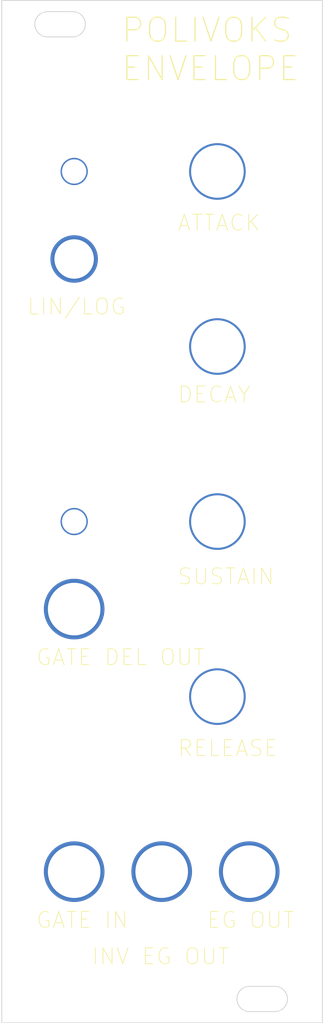
<source format=kicad_pcb>
(kicad_pcb (version 20240108) (generator "pcbnew") (generator_version "8.0")
  (layers (0 "F.Cu" signal) (31 "B.Cu" signal) (34 "B.Paste" user) (35 "F.Paste" user) (36 "B.SilkS" user "B.Silkscreen") (37 "F.SilkS" user "F.Silkscreen") (38 "B.Mask" user) (39 "F.Mask" user) (44 "Edge.Cuts" user))
  (net 0 "")
  (footprint "PCM_4ms_Faceplate:Faceplate_Hole_Pot_9mm" (layer "F.Cu") (at 78.07 72.3)
    (property "Reference" "REF**" (hide yes))
    (property "Value" "Faceplate_Hole_Pot_9mm" (hide yes))
    (pad "1" thru_hole circle (at 0 0) (size 7.112 7.112) (drill 6.604) (layers "*.Cu" "*.Mask"))
  )
  (footprint "PCM_4ms_Faceplate:Faceplate_Hole_Pot_9mm" (layer "F.Cu") (at 78.07 94.3)
    (property "Reference" "REF**" (hide yes))
    (property "Value" "Faceplate_Hole_Pot_9mm" (hide yes))
    (pad "1" thru_hole circle (at 0 0) (size 7.112 7.112) (drill 6.604) (layers "*.Cu" "*.Mask"))
  )
  (footprint "PCM_4ms_Faceplate:Faceplate_Hole_Pot_9mm" (layer "F.Cu") (at 78.07 138.3)
    (property "Reference" "REF**" (hide yes))
    (property "Value" "Faceplate_Hole_Pot_9mm" (hide yes))
    (pad "1" thru_hole circle (at 0 0) (size 7.112 7.112) (drill 6.604) (layers "*.Cu" "*.Mask"))
  )
  (footprint "PCM_4ms_Faceplate:Faceplate_Rail_Mount_Slot" (layer "F.Cu") (at 83.7 176.3)
    (property "Reference" "REF**" (hide yes))
    (property "Value" "Rail_mount_slot" (hide yes))
    (fp_line (start -1.5875 -1.5875) (end 1.5875 -1.5875) (stroke (width 0.1)) (layer "Edge.Cuts"))
    (fp_line (start -1.5875 1.5875) (end 1.5875 1.5875) (stroke (width 0.1)) (layer "Edge.Cuts"))
    (fp_arc (start -1.5875 1.5875) (mid -3.175 0) (end -1.5875 -1.5875) (stroke (width 0.1)) (layer "Edge.Cuts"))
    (fp_arc (start 1.5875 -1.5875) (mid 3.175 0) (end 1.5875 1.5875) (stroke (width 0.1)) (layer "Edge.Cuts"))
  )
  (footprint "PCM_4ms_Faceplate:Faceplate_Hole_SubMini_Toggle" (layer "F.Cu") (at 60.07 83.3)
    (property "Reference" "REF**" (hide yes))
    (property "Value" "Faceplate_Hole_SubMini_Toggle" (hide yes))
    (pad "1" thru_hole circle (at 0 0) (size 5.969 5.969) (drill 4.953) (layers "*.Cu" "*.Mask"))
  )
  (footprint "PCM_4ms_Faceplate:Faceplate_Hole_Jack_3.5mm" (layer "F.Cu") (at 60.07 160.3)
    (property "Reference" "REF**" (hide yes))
    (property "Value" "GND" (hide yes))
    (pad "1" thru_hole circle (at 0 0) (size 7.62 7.62) (drill 6.604) (layers "*.Cu" "*.Mask"))
  )
  (footprint "PCM_4ms_Faceplate:Faceplate_Hole_Jack_3.5mm" (layer "F.Cu") (at 71.07 160.3)
    (property "Reference" "REF**" (hide yes))
    (property "Value" "GND" (hide yes))
    (pad "1" thru_hole circle (at 0 0) (size 7.62 7.62) (drill 6.604) (layers "*.Cu" "*.Mask"))
  )
  (footprint "PCM_4ms_Faceplate:Faceplate_Rail_Mount_Slot" (layer "F.Cu") (at 58.3 53.8)
    (property "Reference" "REF**" (hide yes))
    (property "Value" "Rail_mount_slot" (hide yes))
    (fp_line (start -1.5875 -1.5875) (end 1.5875 -1.5875) (stroke (width 0.1)) (layer "Edge.Cuts"))
    (fp_line (start -1.5875 1.5875) (end 1.5875 1.5875) (stroke (width 0.1)) (layer "Edge.Cuts"))
    (fp_arc (start -1.5875 1.5875) (mid -3.175 0) (end -1.5875 -1.5875) (stroke (width 0.1)) (layer "Edge.Cuts"))
    (fp_arc (start 1.5875 -1.5875) (mid 3.175 0) (end 1.5875 1.5875) (stroke (width 0.1)) (layer "Edge.Cuts"))
  )
  (footprint "PCM_4ms_Faceplate:Faceplate_Hole_Pot_9mm" (layer "F.Cu") (at 78.07 116.3)
    (property "Reference" "REF**" (hide yes))
    (property "Value" "Faceplate_Hole_Pot_9mm" (hide yes))
    (pad "1" thru_hole circle (at 0 0) (size 7.112 7.112) (drill 6.604) (layers "*.Cu" "*.Mask"))
  )
  (footprint "PCM_4ms_Faceplate:Faceplate_Hole_LED_3mm" (layer "F.Cu") (at 60.07 72.3)
    (property "Reference" "REF**" (hide yes))
    (property "Value" "Faceplate_Hole_LED_3mm" (hide yes))
    (pad "1" thru_hole circle (at 0 0 90) (size 3.429 3.429) (drill 3.048) (layers "*.Cu" "*.Mask"))
  )
  (footprint "PCM_4ms_Faceplate:Faceplate_Hole_LED_3mm" (layer "F.Cu") (at 60.07 116.3)
    (property "Reference" "REF**" (hide yes))
    (property "Value" "Faceplate_Hole_LED_3mm" (hide yes))
    (pad "1" thru_hole circle (at 0 0 90) (size 3.429 3.429) (drill 3.048) (layers "*.Cu" "*.Mask"))
  )
  (footprint "PCM_4ms_Faceplate:Faceplate_Hole_Jack_3.5mm" (layer "F.Cu") (at 60.07 127.3)
    (property "Reference" "REF**" (hide yes))
    (property "Value" "GND" (hide yes))
    (pad "1" thru_hole circle (at 0 0) (size 7.62 7.62) (drill 6.604) (layers "*.Cu" "*.Mask"))
  )
  (footprint "PCM_4ms_Faceplate:Faceplate_Hole_Jack_3.5mm" (layer "F.Cu") (at 82.07 160.3)
    (property "Reference" "REF**" (hide yes))
    (property "Value" "GND" (hide yes))
    (pad "1" thru_hole circle (at 0 0) (size 7.62 7.62) (drill 6.604) (layers "*.Cu" "*.Mask"))
  )
  (gr_rect (start 50.97 50.8) (end 91.27 179.3) (stroke (width 0.1)) (fill none) (layer "Edge.Cuts"))
  (gr_text "INV EG OUT" (at 62.195 172.122 0) (layer "F.SilkS") (effects (font (size 2 2) (thickness 0.1)) (justify left bottom)))
  (gr_text "LIN/LOG" (at 54.067 90.461 0) (layer "F.SilkS") (effects (font (size 2 2) (thickness 0.1)) (justify left bottom)))
  (gr_text "DECAY" (at 72.99 101.51 0) (layer "F.SilkS") (effects (font (size 2 2) (thickness 0.1)) (justify left bottom)))
  (gr_text "GATE DEL OUT" (at 55.21 134.53 0) (layer "F.SilkS") (effects (font (size 2 2) (thickness 0.1)) (justify left bottom)))
  (gr_text "ATTACK" (at 72.99 79.92 0) (layer "F.SilkS") (effects (font (size 2 2) (thickness 0.1)) (justify left bottom)))
  (gr_text "RELEASE" (at 72.99 145.96 0) (layer "F.SilkS") (effects (font (size 2 2) (thickness 0.1)) (justify left bottom)))
  (gr_text "GATE IN" (at 55.21 167.55 0) (layer "F.SilkS") (effects (font (size 2 2) (thickness 0.1)) (justify left bottom)))
  (gr_text "POLIVOKS\nENVELOPE" (at 65.878 61.124 0) (layer "F.SilkS") (effects (font (size 3 3)) (justify left bottom)))
  (gr_text "SUSTAIN\n" (at 72.99 124.37 0) (layer "F.SilkS") (effects (font (size 2 2) (thickness 0.1)) (justify left bottom)))
  (gr_text "EG OUT" (at 76.673 167.55 0) (layer "F.SilkS") (effects (font (size 2 2) (thickness 0.1)) (justify left bottom)))
)
</source>
